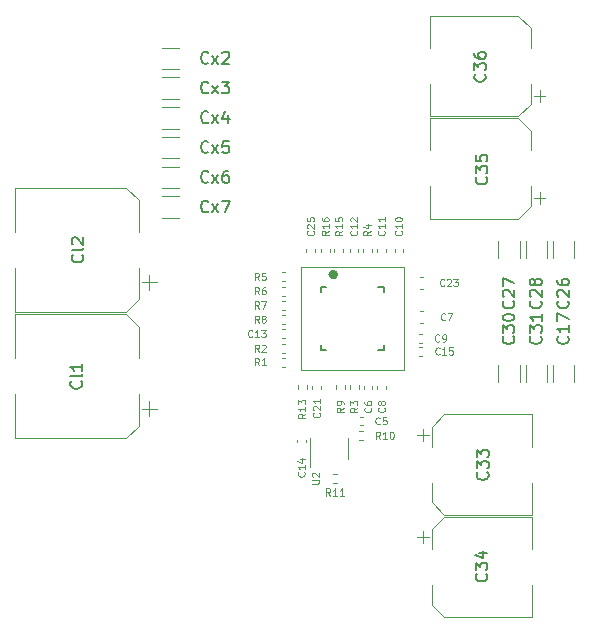
<source format=gbr>
G04 #@! TF.GenerationSoftware,KiCad,Pcbnew,(6.0.4)*
G04 #@! TF.CreationDate,2022-07-06T17:34:36+08:00*
G04 #@! TF.ProjectId,LTC3892_EVB,4c544333-3839-4325-9f45-56422e6b6963,rev?*
G04 #@! TF.SameCoordinates,Original*
G04 #@! TF.FileFunction,Legend,Top*
G04 #@! TF.FilePolarity,Positive*
%FSLAX46Y46*%
G04 Gerber Fmt 4.6, Leading zero omitted, Abs format (unit mm)*
G04 Created by KiCad (PCBNEW (6.0.4)) date 2022-07-06 17:34:36*
%MOMM*%
%LPD*%
G01*
G04 APERTURE LIST*
%ADD10C,0.120000*%
%ADD11C,0.400000*%
%ADD12C,0.078740*%
%ADD13C,0.100000*%
%ADD14C,0.150000*%
%ADD15C,0.152400*%
G04 APERTURE END LIST*
D10*
X147180000Y-91690000D02*
X147180000Y-82950000D01*
X147180000Y-91690000D02*
X138440000Y-91690000D01*
X138440000Y-82950000D02*
X138440000Y-91690000D01*
X138440000Y-82950000D02*
X147180000Y-82950000D01*
D11*
X141400000Y-83600000D02*
G75*
G03*
X141400000Y-83600000I-200000J0D01*
G01*
D12*
G04 #@! TO.C,U1*
X140957629Y-83412721D02*
X140957629Y-83667689D01*
X140972627Y-83697686D01*
X140987626Y-83712684D01*
X141017622Y-83727682D01*
X141077614Y-83727682D01*
X141107611Y-83712684D01*
X141122609Y-83697686D01*
X141137607Y-83667689D01*
X141137607Y-83412721D01*
X141452568Y-83727682D02*
X141272590Y-83727682D01*
X141362579Y-83727682D02*
X141362579Y-83412721D01*
X141332583Y-83457715D01*
X141302587Y-83487712D01*
X141272590Y-83502710D01*
D13*
G04 #@! TO.C,C5*
X145150000Y-96224285D02*
X145121428Y-96252857D01*
X145035714Y-96281428D01*
X144978571Y-96281428D01*
X144892857Y-96252857D01*
X144835714Y-96195714D01*
X144807142Y-96138571D01*
X144778571Y-96024285D01*
X144778571Y-95938571D01*
X144807142Y-95824285D01*
X144835714Y-95767142D01*
X144892857Y-95710000D01*
X144978571Y-95681428D01*
X145035714Y-95681428D01*
X145121428Y-95710000D01*
X145150000Y-95738571D01*
X145692857Y-95681428D02*
X145407142Y-95681428D01*
X145378571Y-95967142D01*
X145407142Y-95938571D01*
X145464285Y-95910000D01*
X145607142Y-95910000D01*
X145664285Y-95938571D01*
X145692857Y-95967142D01*
X145721428Y-96024285D01*
X145721428Y-96167142D01*
X145692857Y-96224285D01*
X145664285Y-96252857D01*
X145607142Y-96281428D01*
X145464285Y-96281428D01*
X145407142Y-96252857D01*
X145378571Y-96224285D01*
G04 #@! TO.C,C6*
X144374285Y-94864286D02*
X144402857Y-94892857D01*
X144431428Y-94978571D01*
X144431428Y-95035714D01*
X144402857Y-95121428D01*
X144345714Y-95178571D01*
X144288571Y-95207143D01*
X144174285Y-95235714D01*
X144088571Y-95235714D01*
X143974285Y-95207143D01*
X143917142Y-95178571D01*
X143860000Y-95121428D01*
X143831428Y-95035714D01*
X143831428Y-94978571D01*
X143860000Y-94892857D01*
X143888571Y-94864286D01*
X143831428Y-94350000D02*
X143831428Y-94464286D01*
X143860000Y-94521428D01*
X143888571Y-94550000D01*
X143974285Y-94607143D01*
X144088571Y-94635714D01*
X144317142Y-94635714D01*
X144374285Y-94607143D01*
X144402857Y-94578571D01*
X144431428Y-94521428D01*
X144431428Y-94407143D01*
X144402857Y-94350000D01*
X144374285Y-94321428D01*
X144317142Y-94292857D01*
X144174285Y-94292857D01*
X144117142Y-94321428D01*
X144088571Y-94350000D01*
X144060000Y-94407143D01*
X144060000Y-94521428D01*
X144088571Y-94578571D01*
X144117142Y-94607143D01*
X144174285Y-94635714D01*
G04 #@! TO.C,C7*
X150700000Y-87414285D02*
X150671428Y-87442857D01*
X150585714Y-87471428D01*
X150528571Y-87471428D01*
X150442857Y-87442857D01*
X150385714Y-87385714D01*
X150357142Y-87328571D01*
X150328571Y-87214285D01*
X150328571Y-87128571D01*
X150357142Y-87014285D01*
X150385714Y-86957142D01*
X150442857Y-86900000D01*
X150528571Y-86871428D01*
X150585714Y-86871428D01*
X150671428Y-86900000D01*
X150700000Y-86928571D01*
X150900000Y-86871428D02*
X151300000Y-86871428D01*
X151042857Y-87471428D01*
G04 #@! TO.C,C8*
X145534285Y-94864286D02*
X145562857Y-94892857D01*
X145591428Y-94978571D01*
X145591428Y-95035714D01*
X145562857Y-95121428D01*
X145505714Y-95178571D01*
X145448571Y-95207143D01*
X145334285Y-95235714D01*
X145248571Y-95235714D01*
X145134285Y-95207143D01*
X145077142Y-95178571D01*
X145020000Y-95121428D01*
X144991428Y-95035714D01*
X144991428Y-94978571D01*
X145020000Y-94892857D01*
X145048571Y-94864286D01*
X145248571Y-94521428D02*
X145220000Y-94578571D01*
X145191428Y-94607143D01*
X145134285Y-94635714D01*
X145105714Y-94635714D01*
X145048571Y-94607143D01*
X145020000Y-94578571D01*
X144991428Y-94521428D01*
X144991428Y-94407143D01*
X145020000Y-94350000D01*
X145048571Y-94321428D01*
X145105714Y-94292857D01*
X145134285Y-94292857D01*
X145191428Y-94321428D01*
X145220000Y-94350000D01*
X145248571Y-94407143D01*
X145248571Y-94521428D01*
X145277142Y-94578571D01*
X145305714Y-94607143D01*
X145362857Y-94635714D01*
X145477142Y-94635714D01*
X145534285Y-94607143D01*
X145562857Y-94578571D01*
X145591428Y-94521428D01*
X145591428Y-94407143D01*
X145562857Y-94350000D01*
X145534285Y-94321428D01*
X145477142Y-94292857D01*
X145362857Y-94292857D01*
X145305714Y-94321428D01*
X145277142Y-94350000D01*
X145248571Y-94407143D01*
G04 #@! TO.C,C9*
X150200000Y-89214285D02*
X150171428Y-89242857D01*
X150085714Y-89271428D01*
X150028571Y-89271428D01*
X149942857Y-89242857D01*
X149885714Y-89185714D01*
X149857142Y-89128571D01*
X149828571Y-89014285D01*
X149828571Y-88928571D01*
X149857142Y-88814285D01*
X149885714Y-88757142D01*
X149942857Y-88700000D01*
X150028571Y-88671428D01*
X150085714Y-88671428D01*
X150171428Y-88700000D01*
X150200000Y-88728571D01*
X150485714Y-89271428D02*
X150600000Y-89271428D01*
X150657142Y-89242857D01*
X150685714Y-89214285D01*
X150742857Y-89128571D01*
X150771428Y-89014285D01*
X150771428Y-88785714D01*
X150742857Y-88728571D01*
X150714285Y-88700000D01*
X150657142Y-88671428D01*
X150542857Y-88671428D01*
X150485714Y-88700000D01*
X150457142Y-88728571D01*
X150428571Y-88785714D01*
X150428571Y-88928571D01*
X150457142Y-88985714D01*
X150485714Y-89014285D01*
X150542857Y-89042857D01*
X150657142Y-89042857D01*
X150714285Y-89014285D01*
X150742857Y-88985714D01*
X150771428Y-88928571D01*
G04 #@! TO.C,C10*
X146964285Y-79905714D02*
X146992857Y-79934285D01*
X147021428Y-80020000D01*
X147021428Y-80077142D01*
X146992857Y-80162857D01*
X146935714Y-80220000D01*
X146878571Y-80248571D01*
X146764285Y-80277142D01*
X146678571Y-80277142D01*
X146564285Y-80248571D01*
X146507142Y-80220000D01*
X146450000Y-80162857D01*
X146421428Y-80077142D01*
X146421428Y-80020000D01*
X146450000Y-79934285D01*
X146478571Y-79905714D01*
X147021428Y-79334285D02*
X147021428Y-79677142D01*
X147021428Y-79505714D02*
X146421428Y-79505714D01*
X146507142Y-79562857D01*
X146564285Y-79620000D01*
X146592857Y-79677142D01*
X146421428Y-78962857D02*
X146421428Y-78905714D01*
X146450000Y-78848571D01*
X146478571Y-78820000D01*
X146535714Y-78791428D01*
X146650000Y-78762857D01*
X146792857Y-78762857D01*
X146907142Y-78791428D01*
X146964285Y-78820000D01*
X146992857Y-78848571D01*
X147021428Y-78905714D01*
X147021428Y-78962857D01*
X146992857Y-79020000D01*
X146964285Y-79048571D01*
X146907142Y-79077142D01*
X146792857Y-79105714D01*
X146650000Y-79105714D01*
X146535714Y-79077142D01*
X146478571Y-79048571D01*
X146450000Y-79020000D01*
X146421428Y-78962857D01*
G04 #@! TO.C,C11*
X145514285Y-79905714D02*
X145542857Y-79934285D01*
X145571428Y-80020000D01*
X145571428Y-80077142D01*
X145542857Y-80162857D01*
X145485714Y-80220000D01*
X145428571Y-80248571D01*
X145314285Y-80277142D01*
X145228571Y-80277142D01*
X145114285Y-80248571D01*
X145057142Y-80220000D01*
X145000000Y-80162857D01*
X144971428Y-80077142D01*
X144971428Y-80020000D01*
X145000000Y-79934285D01*
X145028571Y-79905714D01*
X145571428Y-79334285D02*
X145571428Y-79677142D01*
X145571428Y-79505714D02*
X144971428Y-79505714D01*
X145057142Y-79562857D01*
X145114285Y-79620000D01*
X145142857Y-79677142D01*
X145571428Y-78762857D02*
X145571428Y-79105714D01*
X145571428Y-78934285D02*
X144971428Y-78934285D01*
X145057142Y-78991428D01*
X145114285Y-79048571D01*
X145142857Y-79105714D01*
G04 #@! TO.C,C12*
X143184285Y-79905714D02*
X143212857Y-79934285D01*
X143241428Y-80020000D01*
X143241428Y-80077142D01*
X143212857Y-80162857D01*
X143155714Y-80220000D01*
X143098571Y-80248571D01*
X142984285Y-80277142D01*
X142898571Y-80277142D01*
X142784285Y-80248571D01*
X142727142Y-80220000D01*
X142670000Y-80162857D01*
X142641428Y-80077142D01*
X142641428Y-80020000D01*
X142670000Y-79934285D01*
X142698571Y-79905714D01*
X143241428Y-79334285D02*
X143241428Y-79677142D01*
X143241428Y-79505714D02*
X142641428Y-79505714D01*
X142727142Y-79562857D01*
X142784285Y-79620000D01*
X142812857Y-79677142D01*
X142698571Y-79105714D02*
X142670000Y-79077142D01*
X142641428Y-79020000D01*
X142641428Y-78877142D01*
X142670000Y-78820000D01*
X142698571Y-78791428D01*
X142755714Y-78762857D01*
X142812857Y-78762857D01*
X142898571Y-78791428D01*
X143241428Y-79134285D01*
X143241428Y-78762857D01*
G04 #@! TO.C,C13*
X134348571Y-88820949D02*
X134320000Y-88849521D01*
X134234286Y-88878092D01*
X134177143Y-88878092D01*
X134091428Y-88849521D01*
X134034286Y-88792378D01*
X134005714Y-88735235D01*
X133977143Y-88620949D01*
X133977143Y-88535235D01*
X134005714Y-88420949D01*
X134034286Y-88363806D01*
X134091428Y-88306664D01*
X134177143Y-88278092D01*
X134234286Y-88278092D01*
X134320000Y-88306664D01*
X134348571Y-88335235D01*
X134920000Y-88878092D02*
X134577143Y-88878092D01*
X134748571Y-88878092D02*
X134748571Y-88278092D01*
X134691428Y-88363806D01*
X134634286Y-88420949D01*
X134577143Y-88449521D01*
X135120000Y-88278092D02*
X135491428Y-88278092D01*
X135291428Y-88506664D01*
X135377143Y-88506664D01*
X135434286Y-88535235D01*
X135462857Y-88563806D01*
X135491428Y-88620949D01*
X135491428Y-88763806D01*
X135462857Y-88820949D01*
X135434286Y-88849521D01*
X135377143Y-88878092D01*
X135205714Y-88878092D01*
X135148571Y-88849521D01*
X135120000Y-88820949D01*
G04 #@! TO.C,C14*
X138724285Y-100325714D02*
X138752857Y-100354285D01*
X138781428Y-100440000D01*
X138781428Y-100497142D01*
X138752857Y-100582857D01*
X138695714Y-100640000D01*
X138638571Y-100668571D01*
X138524285Y-100697142D01*
X138438571Y-100697142D01*
X138324285Y-100668571D01*
X138267142Y-100640000D01*
X138210000Y-100582857D01*
X138181428Y-100497142D01*
X138181428Y-100440000D01*
X138210000Y-100354285D01*
X138238571Y-100325714D01*
X138781428Y-99754285D02*
X138781428Y-100097142D01*
X138781428Y-99925714D02*
X138181428Y-99925714D01*
X138267142Y-99982857D01*
X138324285Y-100040000D01*
X138352857Y-100097142D01*
X138381428Y-99240000D02*
X138781428Y-99240000D01*
X138152857Y-99382857D02*
X138581428Y-99525714D01*
X138581428Y-99154285D01*
G04 #@! TO.C,C15*
X150214285Y-90314285D02*
X150185714Y-90342857D01*
X150100000Y-90371428D01*
X150042857Y-90371428D01*
X149957142Y-90342857D01*
X149900000Y-90285714D01*
X149871428Y-90228571D01*
X149842857Y-90114285D01*
X149842857Y-90028571D01*
X149871428Y-89914285D01*
X149900000Y-89857142D01*
X149957142Y-89800000D01*
X150042857Y-89771428D01*
X150100000Y-89771428D01*
X150185714Y-89800000D01*
X150214285Y-89828571D01*
X150785714Y-90371428D02*
X150442857Y-90371428D01*
X150614285Y-90371428D02*
X150614285Y-89771428D01*
X150557142Y-89857142D01*
X150500000Y-89914285D01*
X150442857Y-89942857D01*
X151328571Y-89771428D02*
X151042857Y-89771428D01*
X151014285Y-90057142D01*
X151042857Y-90028571D01*
X151100000Y-90000000D01*
X151242857Y-90000000D01*
X151300000Y-90028571D01*
X151328571Y-90057142D01*
X151357142Y-90114285D01*
X151357142Y-90257142D01*
X151328571Y-90314285D01*
X151300000Y-90342857D01*
X151242857Y-90371428D01*
X151100000Y-90371428D01*
X151042857Y-90342857D01*
X151014285Y-90314285D01*
D14*
G04 #@! TO.C,C17*
X161057141Y-88842857D02*
X161104760Y-88890476D01*
X161152379Y-89033333D01*
X161152379Y-89128571D01*
X161104760Y-89271428D01*
X161009522Y-89366666D01*
X160914284Y-89414285D01*
X160723808Y-89461904D01*
X160580951Y-89461904D01*
X160390475Y-89414285D01*
X160295237Y-89366666D01*
X160199999Y-89271428D01*
X160152379Y-89128571D01*
X160152379Y-89033333D01*
X160199999Y-88890476D01*
X160247618Y-88842857D01*
X161152379Y-87890476D02*
X161152379Y-88461904D01*
X161152379Y-88176190D02*
X160152379Y-88176190D01*
X160295237Y-88271428D01*
X160390475Y-88366666D01*
X160438094Y-88461904D01*
X160152379Y-87557142D02*
X160152379Y-86890476D01*
X161152379Y-87319047D01*
D13*
G04 #@! TO.C,C21*
X140024285Y-95305714D02*
X140052857Y-95334285D01*
X140081428Y-95420000D01*
X140081428Y-95477142D01*
X140052857Y-95562857D01*
X139995714Y-95620000D01*
X139938571Y-95648571D01*
X139824285Y-95677142D01*
X139738571Y-95677142D01*
X139624285Y-95648571D01*
X139567142Y-95620000D01*
X139510000Y-95562857D01*
X139481428Y-95477142D01*
X139481428Y-95420000D01*
X139510000Y-95334285D01*
X139538571Y-95305714D01*
X139538571Y-95077142D02*
X139510000Y-95048571D01*
X139481428Y-94991428D01*
X139481428Y-94848571D01*
X139510000Y-94791428D01*
X139538571Y-94762857D01*
X139595714Y-94734285D01*
X139652857Y-94734285D01*
X139738571Y-94762857D01*
X140081428Y-95105714D01*
X140081428Y-94734285D01*
X140081428Y-94162857D02*
X140081428Y-94505714D01*
X140081428Y-94334285D02*
X139481428Y-94334285D01*
X139567142Y-94391428D01*
X139624285Y-94448571D01*
X139652857Y-94505714D01*
G04 #@! TO.C,C23*
X150614285Y-84514285D02*
X150585714Y-84542857D01*
X150500000Y-84571428D01*
X150442857Y-84571428D01*
X150357142Y-84542857D01*
X150300000Y-84485714D01*
X150271428Y-84428571D01*
X150242857Y-84314285D01*
X150242857Y-84228571D01*
X150271428Y-84114285D01*
X150300000Y-84057142D01*
X150357142Y-84000000D01*
X150442857Y-83971428D01*
X150500000Y-83971428D01*
X150585714Y-84000000D01*
X150614285Y-84028571D01*
X150842857Y-84028571D02*
X150871428Y-84000000D01*
X150928571Y-83971428D01*
X151071428Y-83971428D01*
X151128571Y-84000000D01*
X151157142Y-84028571D01*
X151185714Y-84085714D01*
X151185714Y-84142857D01*
X151157142Y-84228571D01*
X150814285Y-84571428D01*
X151185714Y-84571428D01*
X151385714Y-83971428D02*
X151757142Y-83971428D01*
X151557142Y-84200000D01*
X151642857Y-84200000D01*
X151700000Y-84228571D01*
X151728571Y-84257142D01*
X151757142Y-84314285D01*
X151757142Y-84457142D01*
X151728571Y-84514285D01*
X151700000Y-84542857D01*
X151642857Y-84571428D01*
X151471428Y-84571428D01*
X151414285Y-84542857D01*
X151385714Y-84514285D01*
G04 #@! TO.C,C25*
X139524285Y-79905714D02*
X139552857Y-79934285D01*
X139581428Y-80020000D01*
X139581428Y-80077142D01*
X139552857Y-80162857D01*
X139495714Y-80220000D01*
X139438571Y-80248571D01*
X139324285Y-80277142D01*
X139238571Y-80277142D01*
X139124285Y-80248571D01*
X139067142Y-80220000D01*
X139010000Y-80162857D01*
X138981428Y-80077142D01*
X138981428Y-80020000D01*
X139010000Y-79934285D01*
X139038571Y-79905714D01*
X139038571Y-79677142D02*
X139010000Y-79648571D01*
X138981428Y-79591428D01*
X138981428Y-79448571D01*
X139010000Y-79391428D01*
X139038571Y-79362857D01*
X139095714Y-79334285D01*
X139152857Y-79334285D01*
X139238571Y-79362857D01*
X139581428Y-79705714D01*
X139581428Y-79334285D01*
X138981428Y-78791428D02*
X138981428Y-79077142D01*
X139267142Y-79105714D01*
X139238571Y-79077142D01*
X139210000Y-79020000D01*
X139210000Y-78877142D01*
X139238571Y-78820000D01*
X139267142Y-78791428D01*
X139324285Y-78762857D01*
X139467142Y-78762857D01*
X139524285Y-78791428D01*
X139552857Y-78820000D01*
X139581428Y-78877142D01*
X139581428Y-79020000D01*
X139552857Y-79077142D01*
X139524285Y-79105714D01*
D14*
G04 #@! TO.C,C26*
X161057142Y-85842857D02*
X161104761Y-85890476D01*
X161152380Y-86033333D01*
X161152380Y-86128571D01*
X161104761Y-86271428D01*
X161009523Y-86366666D01*
X160914285Y-86414285D01*
X160723809Y-86461904D01*
X160580952Y-86461904D01*
X160390476Y-86414285D01*
X160295238Y-86366666D01*
X160200000Y-86271428D01*
X160152380Y-86128571D01*
X160152380Y-86033333D01*
X160200000Y-85890476D01*
X160247619Y-85842857D01*
X160247619Y-85461904D02*
X160200000Y-85414285D01*
X160152380Y-85319047D01*
X160152380Y-85080952D01*
X160200000Y-84985714D01*
X160247619Y-84938095D01*
X160342857Y-84890476D01*
X160438095Y-84890476D01*
X160580952Y-84938095D01*
X161152380Y-85509523D01*
X161152380Y-84890476D01*
X160152380Y-84033333D02*
X160152380Y-84223809D01*
X160200000Y-84319047D01*
X160247619Y-84366666D01*
X160390476Y-84461904D01*
X160580952Y-84509523D01*
X160961904Y-84509523D01*
X161057142Y-84461904D01*
X161104761Y-84414285D01*
X161152380Y-84319047D01*
X161152380Y-84128571D01*
X161104761Y-84033333D01*
X161057142Y-83985714D01*
X160961904Y-83938095D01*
X160723809Y-83938095D01*
X160628571Y-83985714D01*
X160580952Y-84033333D01*
X160533333Y-84128571D01*
X160533333Y-84319047D01*
X160580952Y-84414285D01*
X160628571Y-84461904D01*
X160723809Y-84509523D01*
G04 #@! TO.C,C27*
X156457142Y-85842857D02*
X156504761Y-85890476D01*
X156552380Y-86033333D01*
X156552380Y-86128571D01*
X156504761Y-86271428D01*
X156409523Y-86366666D01*
X156314285Y-86414285D01*
X156123809Y-86461904D01*
X155980952Y-86461904D01*
X155790476Y-86414285D01*
X155695238Y-86366666D01*
X155600000Y-86271428D01*
X155552380Y-86128571D01*
X155552380Y-86033333D01*
X155600000Y-85890476D01*
X155647619Y-85842857D01*
X155647619Y-85461904D02*
X155600000Y-85414285D01*
X155552380Y-85319047D01*
X155552380Y-85080952D01*
X155600000Y-84985714D01*
X155647619Y-84938095D01*
X155742857Y-84890476D01*
X155838095Y-84890476D01*
X155980952Y-84938095D01*
X156552380Y-85509523D01*
X156552380Y-84890476D01*
X155552380Y-84557142D02*
X155552380Y-83890476D01*
X156552380Y-84319047D01*
G04 #@! TO.C,C28*
X158757142Y-85842857D02*
X158804761Y-85890476D01*
X158852380Y-86033333D01*
X158852380Y-86128571D01*
X158804761Y-86271428D01*
X158709523Y-86366666D01*
X158614285Y-86414285D01*
X158423809Y-86461904D01*
X158280952Y-86461904D01*
X158090476Y-86414285D01*
X157995238Y-86366666D01*
X157900000Y-86271428D01*
X157852380Y-86128571D01*
X157852380Y-86033333D01*
X157900000Y-85890476D01*
X157947619Y-85842857D01*
X157947619Y-85461904D02*
X157900000Y-85414285D01*
X157852380Y-85319047D01*
X157852380Y-85080952D01*
X157900000Y-84985714D01*
X157947619Y-84938095D01*
X158042857Y-84890476D01*
X158138095Y-84890476D01*
X158280952Y-84938095D01*
X158852380Y-85509523D01*
X158852380Y-84890476D01*
X158280952Y-84319047D02*
X158233333Y-84414285D01*
X158185714Y-84461904D01*
X158090476Y-84509523D01*
X158042857Y-84509523D01*
X157947619Y-84461904D01*
X157900000Y-84414285D01*
X157852380Y-84319047D01*
X157852380Y-84128571D01*
X157900000Y-84033333D01*
X157947619Y-83985714D01*
X158042857Y-83938095D01*
X158090476Y-83938095D01*
X158185714Y-83985714D01*
X158233333Y-84033333D01*
X158280952Y-84128571D01*
X158280952Y-84319047D01*
X158328571Y-84414285D01*
X158376190Y-84461904D01*
X158471428Y-84509523D01*
X158661904Y-84509523D01*
X158757142Y-84461904D01*
X158804761Y-84414285D01*
X158852380Y-84319047D01*
X158852380Y-84128571D01*
X158804761Y-84033333D01*
X158757142Y-83985714D01*
X158661904Y-83938095D01*
X158471428Y-83938095D01*
X158376190Y-83985714D01*
X158328571Y-84033333D01*
X158280952Y-84128571D01*
D13*
G04 #@! TO.C,R1*
X134930000Y-91293093D02*
X134730000Y-91007379D01*
X134587142Y-91293093D02*
X134587142Y-90693093D01*
X134815714Y-90693093D01*
X134872857Y-90721665D01*
X134901428Y-90750236D01*
X134930000Y-90807379D01*
X134930000Y-90893093D01*
X134901428Y-90950236D01*
X134872857Y-90978807D01*
X134815714Y-91007379D01*
X134587142Y-91007379D01*
X135501428Y-91293093D02*
X135158571Y-91293093D01*
X135330000Y-91293093D02*
X135330000Y-90693093D01*
X135272857Y-90778807D01*
X135215714Y-90835950D01*
X135158571Y-90864522D01*
G04 #@! TO.C,R2*
X134920000Y-90131428D02*
X134720000Y-89845714D01*
X134577142Y-90131428D02*
X134577142Y-89531428D01*
X134805714Y-89531428D01*
X134862857Y-89560000D01*
X134891428Y-89588571D01*
X134920000Y-89645714D01*
X134920000Y-89731428D01*
X134891428Y-89788571D01*
X134862857Y-89817142D01*
X134805714Y-89845714D01*
X134577142Y-89845714D01*
X135148571Y-89588571D02*
X135177142Y-89560000D01*
X135234285Y-89531428D01*
X135377142Y-89531428D01*
X135434285Y-89560000D01*
X135462857Y-89588571D01*
X135491428Y-89645714D01*
X135491428Y-89702857D01*
X135462857Y-89788571D01*
X135120000Y-90131428D01*
X135491428Y-90131428D01*
G04 #@! TO.C,R3*
X143251428Y-94864286D02*
X142965714Y-95064286D01*
X143251428Y-95207143D02*
X142651428Y-95207143D01*
X142651428Y-94978571D01*
X142680000Y-94921428D01*
X142708571Y-94892857D01*
X142765714Y-94864286D01*
X142851428Y-94864286D01*
X142908571Y-94892857D01*
X142937142Y-94921428D01*
X142965714Y-94978571D01*
X142965714Y-95207143D01*
X142651428Y-94664286D02*
X142651428Y-94292857D01*
X142880000Y-94492857D01*
X142880000Y-94407143D01*
X142908571Y-94350000D01*
X142937142Y-94321428D01*
X142994285Y-94292857D01*
X143137142Y-94292857D01*
X143194285Y-94321428D01*
X143222857Y-94350000D01*
X143251428Y-94407143D01*
X143251428Y-94578571D01*
X143222857Y-94635714D01*
X143194285Y-94664286D01*
G04 #@! TO.C,R4*
X144361428Y-79905714D02*
X144075714Y-80105714D01*
X144361428Y-80248571D02*
X143761428Y-80248571D01*
X143761428Y-80019999D01*
X143790000Y-79962856D01*
X143818571Y-79934285D01*
X143875714Y-79905714D01*
X143961428Y-79905714D01*
X144018571Y-79934285D01*
X144047142Y-79962856D01*
X144075714Y-80019999D01*
X144075714Y-80248571D01*
X143961428Y-79391428D02*
X144361428Y-79391428D01*
X143732857Y-79534285D02*
X144161428Y-79677142D01*
X144161428Y-79305714D01*
G04 #@! TO.C,R5*
X134920000Y-84071428D02*
X134720000Y-83785714D01*
X134577142Y-84071428D02*
X134577142Y-83471428D01*
X134805714Y-83471428D01*
X134862857Y-83500000D01*
X134891428Y-83528571D01*
X134920000Y-83585714D01*
X134920000Y-83671428D01*
X134891428Y-83728571D01*
X134862857Y-83757142D01*
X134805714Y-83785714D01*
X134577142Y-83785714D01*
X135462857Y-83471428D02*
X135177142Y-83471428D01*
X135148571Y-83757142D01*
X135177142Y-83728571D01*
X135234285Y-83700000D01*
X135377142Y-83700000D01*
X135434285Y-83728571D01*
X135462857Y-83757142D01*
X135491428Y-83814285D01*
X135491428Y-83957142D01*
X135462857Y-84014285D01*
X135434285Y-84042857D01*
X135377142Y-84071428D01*
X135234285Y-84071428D01*
X135177142Y-84042857D01*
X135148571Y-84014285D01*
G04 #@! TO.C,R6*
X134920000Y-85273094D02*
X134720000Y-84987380D01*
X134577142Y-85273094D02*
X134577142Y-84673094D01*
X134805714Y-84673094D01*
X134862857Y-84701666D01*
X134891428Y-84730237D01*
X134920000Y-84787380D01*
X134920000Y-84873094D01*
X134891428Y-84930237D01*
X134862857Y-84958808D01*
X134805714Y-84987380D01*
X134577142Y-84987380D01*
X135434285Y-84673094D02*
X135320000Y-84673094D01*
X135262857Y-84701666D01*
X135234285Y-84730237D01*
X135177142Y-84815951D01*
X135148571Y-84930237D01*
X135148571Y-85158808D01*
X135177142Y-85215951D01*
X135205714Y-85244523D01*
X135262857Y-85273094D01*
X135377142Y-85273094D01*
X135434285Y-85244523D01*
X135462857Y-85215951D01*
X135491428Y-85158808D01*
X135491428Y-85015951D01*
X135462857Y-84958808D01*
X135434285Y-84930237D01*
X135377142Y-84901666D01*
X135262857Y-84901666D01*
X135205714Y-84930237D01*
X135177142Y-84958808D01*
X135148571Y-85015951D01*
G04 #@! TO.C,R7*
X134920000Y-86474760D02*
X134720000Y-86189046D01*
X134577142Y-86474760D02*
X134577142Y-85874760D01*
X134805714Y-85874760D01*
X134862857Y-85903332D01*
X134891428Y-85931903D01*
X134920000Y-85989046D01*
X134920000Y-86074760D01*
X134891428Y-86131903D01*
X134862857Y-86160474D01*
X134805714Y-86189046D01*
X134577142Y-86189046D01*
X135120000Y-85874760D02*
X135520000Y-85874760D01*
X135262857Y-86474760D01*
G04 #@! TO.C,R8*
X134920000Y-87676426D02*
X134720000Y-87390712D01*
X134577142Y-87676426D02*
X134577142Y-87076426D01*
X134805714Y-87076426D01*
X134862857Y-87104998D01*
X134891428Y-87133569D01*
X134920000Y-87190712D01*
X134920000Y-87276426D01*
X134891428Y-87333569D01*
X134862857Y-87362140D01*
X134805714Y-87390712D01*
X134577142Y-87390712D01*
X135262857Y-87333569D02*
X135205714Y-87304998D01*
X135177142Y-87276426D01*
X135148571Y-87219283D01*
X135148571Y-87190712D01*
X135177142Y-87133569D01*
X135205714Y-87104998D01*
X135262857Y-87076426D01*
X135377142Y-87076426D01*
X135434285Y-87104998D01*
X135462857Y-87133569D01*
X135491428Y-87190712D01*
X135491428Y-87219283D01*
X135462857Y-87276426D01*
X135434285Y-87304998D01*
X135377142Y-87333569D01*
X135262857Y-87333569D01*
X135205714Y-87362140D01*
X135177142Y-87390712D01*
X135148571Y-87447855D01*
X135148571Y-87562140D01*
X135177142Y-87619283D01*
X135205714Y-87647855D01*
X135262857Y-87676426D01*
X135377142Y-87676426D01*
X135434285Y-87647855D01*
X135462857Y-87619283D01*
X135491428Y-87562140D01*
X135491428Y-87447855D01*
X135462857Y-87390712D01*
X135434285Y-87362140D01*
X135377142Y-87333569D01*
G04 #@! TO.C,R9*
X142101428Y-94864286D02*
X141815714Y-95064286D01*
X142101428Y-95207143D02*
X141501428Y-95207143D01*
X141501428Y-94978571D01*
X141530000Y-94921428D01*
X141558571Y-94892857D01*
X141615714Y-94864286D01*
X141701428Y-94864286D01*
X141758571Y-94892857D01*
X141787142Y-94921428D01*
X141815714Y-94978571D01*
X141815714Y-95207143D01*
X142101428Y-94578571D02*
X142101428Y-94464286D01*
X142072857Y-94407143D01*
X142044285Y-94378571D01*
X141958571Y-94321428D01*
X141844285Y-94292857D01*
X141615714Y-94292857D01*
X141558571Y-94321428D01*
X141530000Y-94350000D01*
X141501428Y-94407143D01*
X141501428Y-94521428D01*
X141530000Y-94578571D01*
X141558571Y-94607143D01*
X141615714Y-94635714D01*
X141758571Y-94635714D01*
X141815714Y-94607143D01*
X141844285Y-94578571D01*
X141872857Y-94521428D01*
X141872857Y-94407143D01*
X141844285Y-94350000D01*
X141815714Y-94321428D01*
X141758571Y-94292857D01*
G04 #@! TO.C,R10*
X145174285Y-97511428D02*
X144974285Y-97225714D01*
X144831428Y-97511428D02*
X144831428Y-96911428D01*
X145060000Y-96911428D01*
X145117142Y-96940000D01*
X145145714Y-96968571D01*
X145174285Y-97025714D01*
X145174285Y-97111428D01*
X145145714Y-97168571D01*
X145117142Y-97197142D01*
X145060000Y-97225714D01*
X144831428Y-97225714D01*
X145745714Y-97511428D02*
X145402857Y-97511428D01*
X145574285Y-97511428D02*
X145574285Y-96911428D01*
X145517142Y-96997142D01*
X145460000Y-97054285D01*
X145402857Y-97082857D01*
X146117142Y-96911428D02*
X146174285Y-96911428D01*
X146231428Y-96940000D01*
X146260000Y-96968571D01*
X146288571Y-97025714D01*
X146317142Y-97140000D01*
X146317142Y-97282857D01*
X146288571Y-97397142D01*
X146260000Y-97454285D01*
X146231428Y-97482857D01*
X146174285Y-97511428D01*
X146117142Y-97511428D01*
X146060000Y-97482857D01*
X146031428Y-97454285D01*
X146002857Y-97397142D01*
X145974285Y-97282857D01*
X145974285Y-97140000D01*
X146002857Y-97025714D01*
X146031428Y-96968571D01*
X146060000Y-96940000D01*
X146117142Y-96911428D01*
G04 #@! TO.C,R11*
X140974285Y-102311427D02*
X140774285Y-102025713D01*
X140631428Y-102311427D02*
X140631428Y-101711427D01*
X140860000Y-101711427D01*
X140917142Y-101739999D01*
X140945714Y-101768570D01*
X140974285Y-101825713D01*
X140974285Y-101911427D01*
X140945714Y-101968570D01*
X140917142Y-101997141D01*
X140860000Y-102025713D01*
X140631428Y-102025713D01*
X141545714Y-102311427D02*
X141202857Y-102311427D01*
X141374285Y-102311427D02*
X141374285Y-101711427D01*
X141317142Y-101797141D01*
X141260000Y-101854284D01*
X141202857Y-101882856D01*
X142117142Y-102311427D02*
X141774285Y-102311427D01*
X141945714Y-102311427D02*
X141945714Y-101711427D01*
X141888571Y-101797141D01*
X141831428Y-101854284D01*
X141774285Y-101882856D01*
G04 #@! TO.C,R13*
X138841428Y-95365714D02*
X138555714Y-95565714D01*
X138841428Y-95708571D02*
X138241428Y-95708571D01*
X138241428Y-95480000D01*
X138270000Y-95422857D01*
X138298571Y-95394285D01*
X138355714Y-95365714D01*
X138441428Y-95365714D01*
X138498571Y-95394285D01*
X138527142Y-95422857D01*
X138555714Y-95480000D01*
X138555714Y-95708571D01*
X138841428Y-94794285D02*
X138841428Y-95137142D01*
X138841428Y-94965714D02*
X138241428Y-94965714D01*
X138327142Y-95022857D01*
X138384285Y-95080000D01*
X138412857Y-95137142D01*
X138241428Y-94594285D02*
X138241428Y-94222857D01*
X138470000Y-94422857D01*
X138470000Y-94337142D01*
X138498571Y-94280000D01*
X138527142Y-94251428D01*
X138584285Y-94222857D01*
X138727142Y-94222857D01*
X138784285Y-94251428D01*
X138812857Y-94280000D01*
X138841428Y-94337142D01*
X138841428Y-94508571D01*
X138812857Y-94565714D01*
X138784285Y-94594285D01*
G04 #@! TO.C,R15*
X141971428Y-79905714D02*
X141685714Y-80105714D01*
X141971428Y-80248571D02*
X141371428Y-80248571D01*
X141371428Y-80020000D01*
X141400000Y-79962857D01*
X141428571Y-79934285D01*
X141485714Y-79905714D01*
X141571428Y-79905714D01*
X141628571Y-79934285D01*
X141657142Y-79962857D01*
X141685714Y-80020000D01*
X141685714Y-80248571D01*
X141971428Y-79334285D02*
X141971428Y-79677142D01*
X141971428Y-79505714D02*
X141371428Y-79505714D01*
X141457142Y-79562857D01*
X141514285Y-79620000D01*
X141542857Y-79677142D01*
X141371428Y-78791428D02*
X141371428Y-79077142D01*
X141657142Y-79105714D01*
X141628571Y-79077142D01*
X141600000Y-79020000D01*
X141600000Y-78877142D01*
X141628571Y-78820000D01*
X141657142Y-78791428D01*
X141714285Y-78762857D01*
X141857142Y-78762857D01*
X141914285Y-78791428D01*
X141942857Y-78820000D01*
X141971428Y-78877142D01*
X141971428Y-79020000D01*
X141942857Y-79077142D01*
X141914285Y-79105714D01*
G04 #@! TO.C,R16*
X140819761Y-79905714D02*
X140534047Y-80105714D01*
X140819761Y-80248571D02*
X140219761Y-80248571D01*
X140219761Y-80020000D01*
X140248333Y-79962857D01*
X140276904Y-79934285D01*
X140334047Y-79905714D01*
X140419761Y-79905714D01*
X140476904Y-79934285D01*
X140505475Y-79962857D01*
X140534047Y-80020000D01*
X140534047Y-80248571D01*
X140819761Y-79334285D02*
X140819761Y-79677142D01*
X140819761Y-79505714D02*
X140219761Y-79505714D01*
X140305475Y-79562857D01*
X140362618Y-79620000D01*
X140391190Y-79677142D01*
X140219761Y-78820000D02*
X140219761Y-78934285D01*
X140248333Y-78991428D01*
X140276904Y-79020000D01*
X140362618Y-79077142D01*
X140476904Y-79105714D01*
X140705475Y-79105714D01*
X140762618Y-79077142D01*
X140791190Y-79048571D01*
X140819761Y-78991428D01*
X140819761Y-78877142D01*
X140791190Y-78820000D01*
X140762618Y-78791428D01*
X140705475Y-78762857D01*
X140562618Y-78762857D01*
X140505475Y-78791428D01*
X140476904Y-78820000D01*
X140448333Y-78877142D01*
X140448333Y-78991428D01*
X140476904Y-79048571D01*
X140505475Y-79077142D01*
X140562618Y-79105714D01*
G04 #@! TO.C,U2*
X139401428Y-101307142D02*
X139887142Y-101307142D01*
X139944285Y-101278571D01*
X139972857Y-101250000D01*
X140001428Y-101192857D01*
X140001428Y-101078571D01*
X139972857Y-101021428D01*
X139944285Y-100992857D01*
X139887142Y-100964285D01*
X139401428Y-100964285D01*
X139458571Y-100707142D02*
X139430000Y-100678571D01*
X139401428Y-100621428D01*
X139401428Y-100478571D01*
X139430000Y-100421428D01*
X139458571Y-100392857D01*
X139515714Y-100364285D01*
X139572857Y-100364285D01*
X139658571Y-100392857D01*
X140001428Y-100735714D01*
X140001428Y-100364285D01*
D14*
G04 #@! TO.C,C30*
X156457142Y-88842857D02*
X156504761Y-88890476D01*
X156552380Y-89033333D01*
X156552380Y-89128571D01*
X156504761Y-89271428D01*
X156409523Y-89366666D01*
X156314285Y-89414285D01*
X156123809Y-89461904D01*
X155980952Y-89461904D01*
X155790476Y-89414285D01*
X155695238Y-89366666D01*
X155600000Y-89271428D01*
X155552380Y-89128571D01*
X155552380Y-89033333D01*
X155600000Y-88890476D01*
X155647619Y-88842857D01*
X155552380Y-88509523D02*
X155552380Y-87890476D01*
X155933333Y-88223809D01*
X155933333Y-88080952D01*
X155980952Y-87985714D01*
X156028571Y-87938095D01*
X156123809Y-87890476D01*
X156361904Y-87890476D01*
X156457142Y-87938095D01*
X156504761Y-87985714D01*
X156552380Y-88080952D01*
X156552380Y-88366666D01*
X156504761Y-88461904D01*
X156457142Y-88509523D01*
X155552380Y-87271428D02*
X155552380Y-87176190D01*
X155600000Y-87080952D01*
X155647619Y-87033333D01*
X155742857Y-86985714D01*
X155933333Y-86938095D01*
X156171428Y-86938095D01*
X156361904Y-86985714D01*
X156457142Y-87033333D01*
X156504761Y-87080952D01*
X156552380Y-87176190D01*
X156552380Y-87271428D01*
X156504761Y-87366666D01*
X156457142Y-87414285D01*
X156361904Y-87461904D01*
X156171428Y-87509523D01*
X155933333Y-87509523D01*
X155742857Y-87461904D01*
X155647619Y-87414285D01*
X155600000Y-87366666D01*
X155552380Y-87271428D01*
G04 #@! TO.C,C31*
X158757142Y-88842857D02*
X158804761Y-88890476D01*
X158852380Y-89033333D01*
X158852380Y-89128571D01*
X158804761Y-89271428D01*
X158709523Y-89366666D01*
X158614285Y-89414285D01*
X158423809Y-89461904D01*
X158280952Y-89461904D01*
X158090476Y-89414285D01*
X157995238Y-89366666D01*
X157900000Y-89271428D01*
X157852380Y-89128571D01*
X157852380Y-89033333D01*
X157900000Y-88890476D01*
X157947619Y-88842857D01*
X157852380Y-88509523D02*
X157852380Y-87890476D01*
X158233333Y-88223809D01*
X158233333Y-88080952D01*
X158280952Y-87985714D01*
X158328571Y-87938095D01*
X158423809Y-87890476D01*
X158661904Y-87890476D01*
X158757142Y-87938095D01*
X158804761Y-87985714D01*
X158852380Y-88080952D01*
X158852380Y-88366666D01*
X158804761Y-88461904D01*
X158757142Y-88509523D01*
X158852380Y-86938095D02*
X158852380Y-87509523D01*
X158852380Y-87223809D02*
X157852380Y-87223809D01*
X157995238Y-87319047D01*
X158090476Y-87414285D01*
X158138095Y-87509523D01*
G04 #@! TO.C,Cx2*
X130633333Y-65646030D02*
X130585714Y-65693649D01*
X130442857Y-65741268D01*
X130347619Y-65741268D01*
X130204762Y-65693649D01*
X130109523Y-65598411D01*
X130061904Y-65503173D01*
X130014285Y-65312697D01*
X130014285Y-65169840D01*
X130061904Y-64979364D01*
X130109523Y-64884126D01*
X130204762Y-64788888D01*
X130347619Y-64741268D01*
X130442857Y-64741268D01*
X130585714Y-64788888D01*
X130633333Y-64836507D01*
X130966666Y-65741268D02*
X131490476Y-65074602D01*
X130966666Y-65074602D02*
X131490476Y-65741268D01*
X131823809Y-64836507D02*
X131871428Y-64788888D01*
X131966666Y-64741268D01*
X132204762Y-64741268D01*
X132300000Y-64788888D01*
X132347619Y-64836507D01*
X132395238Y-64931745D01*
X132395238Y-65026983D01*
X132347619Y-65169840D01*
X131776190Y-65741268D01*
X132395238Y-65741268D01*
G04 #@! TO.C,Cl1*
X119857142Y-92628571D02*
X119904761Y-92676190D01*
X119952380Y-92819047D01*
X119952380Y-92914285D01*
X119904761Y-93057142D01*
X119809523Y-93152380D01*
X119714285Y-93200000D01*
X119523809Y-93247619D01*
X119380952Y-93247619D01*
X119190476Y-93200000D01*
X119095238Y-93152380D01*
X119000000Y-93057142D01*
X118952380Y-92914285D01*
X118952380Y-92819047D01*
X119000000Y-92676190D01*
X119047619Y-92628571D01*
X119952380Y-92057142D02*
X119904761Y-92152380D01*
X119809523Y-92200000D01*
X118952380Y-92200000D01*
X119952380Y-91152380D02*
X119952380Y-91723809D01*
X119952380Y-91438095D02*
X118952380Y-91438095D01*
X119095238Y-91533333D01*
X119190476Y-91628571D01*
X119238095Y-91723809D01*
G04 #@! TO.C,Cl2*
X119957142Y-81928571D02*
X120004761Y-81976190D01*
X120052380Y-82119047D01*
X120052380Y-82214285D01*
X120004761Y-82357142D01*
X119909523Y-82452380D01*
X119814285Y-82500000D01*
X119623809Y-82547619D01*
X119480952Y-82547619D01*
X119290476Y-82500000D01*
X119195238Y-82452380D01*
X119100000Y-82357142D01*
X119052380Y-82214285D01*
X119052380Y-82119047D01*
X119100000Y-81976190D01*
X119147619Y-81928571D01*
X120052380Y-81357142D02*
X120004761Y-81452380D01*
X119909523Y-81500000D01*
X119052380Y-81500000D01*
X119147619Y-81023809D02*
X119100000Y-80976190D01*
X119052380Y-80880952D01*
X119052380Y-80642857D01*
X119100000Y-80547619D01*
X119147619Y-80500000D01*
X119242857Y-80452380D01*
X119338095Y-80452380D01*
X119480952Y-80500000D01*
X120052380Y-81071428D01*
X120052380Y-80452380D01*
G04 #@! TO.C,Cx3*
X130633333Y-68164474D02*
X130585714Y-68212093D01*
X130442857Y-68259712D01*
X130347619Y-68259712D01*
X130204762Y-68212093D01*
X130109523Y-68116855D01*
X130061904Y-68021617D01*
X130014285Y-67831141D01*
X130014285Y-67688284D01*
X130061904Y-67497808D01*
X130109523Y-67402570D01*
X130204762Y-67307332D01*
X130347619Y-67259712D01*
X130442857Y-67259712D01*
X130585714Y-67307332D01*
X130633333Y-67354951D01*
X130966666Y-68259712D02*
X131490476Y-67593046D01*
X130966666Y-67593046D02*
X131490476Y-68259712D01*
X131776190Y-67259712D02*
X132395238Y-67259712D01*
X132061904Y-67640665D01*
X132204762Y-67640665D01*
X132300000Y-67688284D01*
X132347619Y-67735903D01*
X132395238Y-67831141D01*
X132395238Y-68069236D01*
X132347619Y-68164474D01*
X132300000Y-68212093D01*
X132204762Y-68259712D01*
X131919047Y-68259712D01*
X131823809Y-68212093D01*
X131776190Y-68164474D01*
G04 #@! TO.C,Cx4*
X130633333Y-70682918D02*
X130585714Y-70730537D01*
X130442857Y-70778156D01*
X130347619Y-70778156D01*
X130204762Y-70730537D01*
X130109523Y-70635299D01*
X130061904Y-70540061D01*
X130014285Y-70349585D01*
X130014285Y-70206728D01*
X130061904Y-70016252D01*
X130109523Y-69921014D01*
X130204762Y-69825776D01*
X130347619Y-69778156D01*
X130442857Y-69778156D01*
X130585714Y-69825776D01*
X130633333Y-69873395D01*
X130966666Y-70778156D02*
X131490476Y-70111490D01*
X130966666Y-70111490D02*
X131490476Y-70778156D01*
X132300000Y-70111490D02*
X132300000Y-70778156D01*
X132061904Y-69730537D02*
X131823809Y-70444823D01*
X132442857Y-70444823D01*
G04 #@! TO.C,Cx5*
X130633333Y-73201362D02*
X130585714Y-73248981D01*
X130442857Y-73296600D01*
X130347619Y-73296600D01*
X130204762Y-73248981D01*
X130109523Y-73153743D01*
X130061904Y-73058505D01*
X130014285Y-72868029D01*
X130014285Y-72725172D01*
X130061904Y-72534696D01*
X130109523Y-72439458D01*
X130204762Y-72344220D01*
X130347619Y-72296600D01*
X130442857Y-72296600D01*
X130585714Y-72344220D01*
X130633333Y-72391839D01*
X130966666Y-73296600D02*
X131490476Y-72629934D01*
X130966666Y-72629934D02*
X131490476Y-73296600D01*
X132347619Y-72296600D02*
X131871428Y-72296600D01*
X131823809Y-72772791D01*
X131871428Y-72725172D01*
X131966666Y-72677553D01*
X132204762Y-72677553D01*
X132300000Y-72725172D01*
X132347619Y-72772791D01*
X132395238Y-72868029D01*
X132395238Y-73106124D01*
X132347619Y-73201362D01*
X132300000Y-73248981D01*
X132204762Y-73296600D01*
X131966666Y-73296600D01*
X131871428Y-73248981D01*
X131823809Y-73201362D01*
G04 #@! TO.C,Cx6*
X130633333Y-75719806D02*
X130585714Y-75767425D01*
X130442857Y-75815044D01*
X130347619Y-75815044D01*
X130204762Y-75767425D01*
X130109523Y-75672187D01*
X130061904Y-75576949D01*
X130014285Y-75386473D01*
X130014285Y-75243616D01*
X130061904Y-75053140D01*
X130109523Y-74957902D01*
X130204762Y-74862664D01*
X130347619Y-74815044D01*
X130442857Y-74815044D01*
X130585714Y-74862664D01*
X130633333Y-74910283D01*
X130966666Y-75815044D02*
X131490476Y-75148378D01*
X130966666Y-75148378D02*
X131490476Y-75815044D01*
X132300000Y-74815044D02*
X132109523Y-74815044D01*
X132014285Y-74862664D01*
X131966666Y-74910283D01*
X131871428Y-75053140D01*
X131823809Y-75243616D01*
X131823809Y-75624568D01*
X131871428Y-75719806D01*
X131919047Y-75767425D01*
X132014285Y-75815044D01*
X132204762Y-75815044D01*
X132300000Y-75767425D01*
X132347619Y-75719806D01*
X132395238Y-75624568D01*
X132395238Y-75386473D01*
X132347619Y-75291235D01*
X132300000Y-75243616D01*
X132204762Y-75195997D01*
X132014285Y-75195997D01*
X131919047Y-75243616D01*
X131871428Y-75291235D01*
X131823809Y-75386473D01*
G04 #@! TO.C,Cx7*
X130633333Y-78238252D02*
X130585714Y-78285871D01*
X130442857Y-78333490D01*
X130347619Y-78333490D01*
X130204762Y-78285871D01*
X130109523Y-78190633D01*
X130061904Y-78095395D01*
X130014285Y-77904919D01*
X130014285Y-77762062D01*
X130061904Y-77571586D01*
X130109523Y-77476348D01*
X130204762Y-77381110D01*
X130347619Y-77333490D01*
X130442857Y-77333490D01*
X130585714Y-77381110D01*
X130633333Y-77428729D01*
X130966666Y-78333490D02*
X131490476Y-77666824D01*
X130966666Y-77666824D02*
X131490476Y-78333490D01*
X131776190Y-77333490D02*
X132442857Y-77333490D01*
X132014285Y-78333490D01*
G04 #@! TO.C,C33*
X154257142Y-100342857D02*
X154304761Y-100390476D01*
X154352380Y-100533333D01*
X154352380Y-100628571D01*
X154304761Y-100771428D01*
X154209523Y-100866666D01*
X154114285Y-100914285D01*
X153923809Y-100961904D01*
X153780952Y-100961904D01*
X153590476Y-100914285D01*
X153495238Y-100866666D01*
X153400000Y-100771428D01*
X153352380Y-100628571D01*
X153352380Y-100533333D01*
X153400000Y-100390476D01*
X153447619Y-100342857D01*
X153352380Y-100009523D02*
X153352380Y-99390476D01*
X153733333Y-99723809D01*
X153733333Y-99580952D01*
X153780952Y-99485714D01*
X153828571Y-99438095D01*
X153923809Y-99390476D01*
X154161904Y-99390476D01*
X154257142Y-99438095D01*
X154304761Y-99485714D01*
X154352380Y-99580952D01*
X154352380Y-99866666D01*
X154304761Y-99961904D01*
X154257142Y-100009523D01*
X153352380Y-99057142D02*
X153352380Y-98438095D01*
X153733333Y-98771428D01*
X153733333Y-98628571D01*
X153780952Y-98533333D01*
X153828571Y-98485714D01*
X153923809Y-98438095D01*
X154161904Y-98438095D01*
X154257142Y-98485714D01*
X154304761Y-98533333D01*
X154352380Y-98628571D01*
X154352380Y-98914285D01*
X154304761Y-99009523D01*
X154257142Y-99057142D01*
G04 #@! TO.C,C34*
X154157142Y-108942857D02*
X154204761Y-108990476D01*
X154252380Y-109133333D01*
X154252380Y-109228571D01*
X154204761Y-109371428D01*
X154109523Y-109466666D01*
X154014285Y-109514285D01*
X153823809Y-109561904D01*
X153680952Y-109561904D01*
X153490476Y-109514285D01*
X153395238Y-109466666D01*
X153300000Y-109371428D01*
X153252380Y-109228571D01*
X153252380Y-109133333D01*
X153300000Y-108990476D01*
X153347619Y-108942857D01*
X153252380Y-108609523D02*
X153252380Y-107990476D01*
X153633333Y-108323809D01*
X153633333Y-108180952D01*
X153680952Y-108085714D01*
X153728571Y-108038095D01*
X153823809Y-107990476D01*
X154061904Y-107990476D01*
X154157142Y-108038095D01*
X154204761Y-108085714D01*
X154252380Y-108180952D01*
X154252380Y-108466666D01*
X154204761Y-108561904D01*
X154157142Y-108609523D01*
X153585714Y-107133333D02*
X154252380Y-107133333D01*
X153204761Y-107371428D02*
X153919047Y-107609523D01*
X153919047Y-106990476D01*
G04 #@! TO.C,C35*
X154157142Y-75342857D02*
X154204761Y-75390476D01*
X154252380Y-75533333D01*
X154252380Y-75628571D01*
X154204761Y-75771428D01*
X154109523Y-75866666D01*
X154014285Y-75914285D01*
X153823809Y-75961904D01*
X153680952Y-75961904D01*
X153490476Y-75914285D01*
X153395238Y-75866666D01*
X153300000Y-75771428D01*
X153252380Y-75628571D01*
X153252380Y-75533333D01*
X153300000Y-75390476D01*
X153347619Y-75342857D01*
X153252380Y-75009523D02*
X153252380Y-74390476D01*
X153633333Y-74723809D01*
X153633333Y-74580952D01*
X153680952Y-74485714D01*
X153728571Y-74438095D01*
X153823809Y-74390476D01*
X154061904Y-74390476D01*
X154157142Y-74438095D01*
X154204761Y-74485714D01*
X154252380Y-74580952D01*
X154252380Y-74866666D01*
X154204761Y-74961904D01*
X154157142Y-75009523D01*
X153252380Y-73485714D02*
X153252380Y-73961904D01*
X153728571Y-74009523D01*
X153680952Y-73961904D01*
X153633333Y-73866666D01*
X153633333Y-73628571D01*
X153680952Y-73533333D01*
X153728571Y-73485714D01*
X153823809Y-73438095D01*
X154061904Y-73438095D01*
X154157142Y-73485714D01*
X154204761Y-73533333D01*
X154252380Y-73628571D01*
X154252380Y-73866666D01*
X154204761Y-73961904D01*
X154157142Y-74009523D01*
G04 #@! TO.C,C36*
X154027141Y-66642857D02*
X154074760Y-66690476D01*
X154122379Y-66833333D01*
X154122379Y-66928571D01*
X154074760Y-67071428D01*
X153979522Y-67166666D01*
X153884284Y-67214285D01*
X153693808Y-67261904D01*
X153550951Y-67261904D01*
X153360475Y-67214285D01*
X153265237Y-67166666D01*
X153169999Y-67071428D01*
X153122379Y-66928571D01*
X153122379Y-66833333D01*
X153169999Y-66690476D01*
X153217618Y-66642857D01*
X153122379Y-66309523D02*
X153122379Y-65690476D01*
X153503332Y-66023809D01*
X153503332Y-65880952D01*
X153550951Y-65785714D01*
X153598570Y-65738095D01*
X153693808Y-65690476D01*
X153931903Y-65690476D01*
X154027141Y-65738095D01*
X154074760Y-65785714D01*
X154122379Y-65880952D01*
X154122379Y-66166666D01*
X154074760Y-66261904D01*
X154027141Y-66309523D01*
X153122379Y-64833333D02*
X153122379Y-65023809D01*
X153169999Y-65119047D01*
X153217618Y-65166666D01*
X153360475Y-65261904D01*
X153550951Y-65309523D01*
X153931903Y-65309523D01*
X154027141Y-65261904D01*
X154074760Y-65214285D01*
X154122379Y-65119047D01*
X154122379Y-64928571D01*
X154074760Y-64833333D01*
X154027141Y-64785714D01*
X153931903Y-64738095D01*
X153693808Y-64738095D01*
X153598570Y-64785714D01*
X153550951Y-64833333D01*
X153503332Y-64928571D01*
X153503332Y-65119047D01*
X153550951Y-65214285D01*
X153598570Y-65261904D01*
X153693808Y-65309523D01*
D15*
G04 #@! TO.C,U1*
X145467000Y-84673000D02*
X145035200Y-84673000D01*
X140133000Y-84673000D02*
X140133000Y-85104800D01*
X145467000Y-85104800D02*
X145467000Y-84673000D01*
X145035200Y-90007000D02*
X145467000Y-90007000D01*
X140133000Y-89575200D02*
X140133000Y-90007000D01*
X140564800Y-84673000D02*
X140133000Y-84673000D01*
X140133000Y-90007000D02*
X140564800Y-90007000D01*
X145467000Y-90007000D02*
X145467000Y-89575200D01*
D13*
G04 #@! TO.C,C5*
X143687836Y-96350000D02*
X143472164Y-96350000D01*
X143687836Y-95630000D02*
X143472164Y-95630000D01*
G04 #@! TO.C,C6*
X144530000Y-93247836D02*
X144530000Y-93032164D01*
X143810000Y-93247836D02*
X143810000Y-93032164D01*
D10*
G04 #@! TO.C,C7*
X148559420Y-86690000D02*
X148840580Y-86690000D01*
X148559420Y-87710000D02*
X148840580Y-87710000D01*
D13*
G04 #@! TO.C,C8*
X144940000Y-93247836D02*
X144940000Y-93032164D01*
X145660000Y-93247836D02*
X145660000Y-93032164D01*
D10*
G04 #@! TO.C,C9*
X148707836Y-89360000D02*
X148492164Y-89360000D01*
X148707836Y-88640000D02*
X148492164Y-88640000D01*
D13*
G04 #@! TO.C,C10*
X147120000Y-81667836D02*
X147120000Y-81452164D01*
X146400000Y-81667836D02*
X146400000Y-81452164D01*
G04 #@! TO.C,C11*
X144940000Y-81472164D02*
X144940000Y-81687836D01*
X145660000Y-81472164D02*
X145660000Y-81687836D01*
G04 #@! TO.C,C12*
X143330000Y-81677836D02*
X143330000Y-81462164D01*
X142610000Y-81677836D02*
X142610000Y-81462164D01*
G04 #@! TO.C,C13*
X136882164Y-88963332D02*
X137097836Y-88963332D01*
X136882164Y-88243332D02*
X137097836Y-88243332D01*
G04 #@! TO.C,C14*
X138880000Y-97582164D02*
X138880000Y-97797836D01*
X138160000Y-97582164D02*
X138160000Y-97797836D01*
G04 #@! TO.C,C15*
X148697836Y-89750000D02*
X148482164Y-89750000D01*
X148697836Y-90470000D02*
X148482164Y-90470000D01*
D10*
G04 #@! TO.C,C17*
X161609999Y-91251248D02*
X161609999Y-92673752D01*
X159789999Y-91251248D02*
X159789999Y-92673752D01*
D13*
G04 #@! TO.C,C21*
X139450000Y-93247836D02*
X139450000Y-93032164D01*
X140170000Y-93247836D02*
X140170000Y-93032164D01*
D10*
G04 #@! TO.C,C23*
X148559420Y-83790000D02*
X148840580Y-83790000D01*
X148559420Y-84810000D02*
X148840580Y-84810000D01*
D13*
G04 #@! TO.C,C25*
X139660000Y-81677836D02*
X139660000Y-81462164D01*
X138940000Y-81677836D02*
X138940000Y-81462164D01*
D10*
G04 #@! TO.C,C26*
X161610000Y-82163752D02*
X161610000Y-80741248D01*
X159790000Y-82163752D02*
X159790000Y-80741248D01*
G04 #@! TO.C,C27*
X155190000Y-82163752D02*
X155190000Y-80741248D01*
X157010000Y-82163752D02*
X157010000Y-80741248D01*
G04 #@! TO.C,C28*
X157490000Y-82163752D02*
X157490000Y-80741248D01*
X159310000Y-82163752D02*
X159310000Y-80741248D01*
D13*
G04 #@! TO.C,R1*
X137153641Y-91390000D02*
X136846359Y-91390000D01*
X137153641Y-90630000D02*
X136846359Y-90630000D01*
G04 #@! TO.C,R2*
X136836359Y-90230000D02*
X137143641Y-90230000D01*
X136836359Y-89470000D02*
X137143641Y-89470000D01*
G04 #@! TO.C,R3*
X142600000Y-93293641D02*
X142600000Y-92986359D01*
X143360000Y-93293641D02*
X143360000Y-92986359D01*
G04 #@! TO.C,R4*
X143710000Y-81723641D02*
X143710000Y-81416359D01*
X144470000Y-81723641D02*
X144470000Y-81416359D01*
G04 #@! TO.C,R5*
X137143641Y-84180000D02*
X136836359Y-84180000D01*
X137143641Y-83420000D02*
X136836359Y-83420000D01*
G04 #@! TO.C,R6*
X137143641Y-84623333D02*
X136836359Y-84623333D01*
X137143641Y-85383333D02*
X136836359Y-85383333D01*
G04 #@! TO.C,R7*
X136836359Y-86586666D02*
X137143641Y-86586666D01*
X136836359Y-85826666D02*
X137143641Y-85826666D01*
G04 #@! TO.C,R8*
X136836359Y-87029999D02*
X137143641Y-87029999D01*
X136836359Y-87789999D02*
X137143641Y-87789999D01*
G04 #@! TO.C,R9*
X142170000Y-92986359D02*
X142170000Y-93293641D01*
X141410000Y-92986359D02*
X141410000Y-93293641D01*
G04 #@! TO.C,R10*
X143426359Y-97590000D02*
X143733641Y-97590000D01*
X143426359Y-96830000D02*
X143733641Y-96830000D01*
G04 #@! TO.C,R11*
X141493641Y-101259999D02*
X141186359Y-101259999D01*
X141493641Y-100499999D02*
X141186359Y-100499999D01*
G04 #@! TO.C,R13*
X138220000Y-93293641D02*
X138220000Y-92986359D01*
X138980000Y-93293641D02*
X138980000Y-92986359D01*
G04 #@! TO.C,R15*
X141310000Y-81416359D02*
X141310000Y-81723641D01*
X142070000Y-81416359D02*
X142070000Y-81723641D01*
G04 #@! TO.C,R16*
X140920000Y-81723641D02*
X140920000Y-81416359D01*
X140160000Y-81723641D02*
X140160000Y-81416359D01*
G04 #@! TO.C,U2*
X139220000Y-97409999D02*
X139220000Y-99859999D01*
X142440000Y-99209999D02*
X142440000Y-97409999D01*
D10*
G04 #@! TO.C,C30*
X157010000Y-91251248D02*
X157010000Y-92673752D01*
X155190000Y-91251248D02*
X155190000Y-92673752D01*
G04 #@! TO.C,C31*
X159310000Y-91251248D02*
X159310000Y-92673752D01*
X157490000Y-91251248D02*
X157490000Y-92673752D01*
G04 #@! TO.C,Cx2*
X128111252Y-66198888D02*
X126688748Y-66198888D01*
X128111252Y-64378888D02*
X126688748Y-64378888D01*
G04 #@! TO.C,Cl1*
X114240000Y-86940000D02*
X114240000Y-90690000D01*
X125625000Y-95585000D02*
X125625000Y-94335000D01*
X126250000Y-94960000D02*
X125000000Y-94960000D01*
X124760000Y-88004437D02*
X124760000Y-90690000D01*
X114240000Y-97460000D02*
X114240000Y-93710000D01*
X124760000Y-96395563D02*
X124760000Y-93710000D01*
X123695563Y-86940000D02*
X114240000Y-86940000D01*
X124760000Y-88004437D02*
X123695563Y-86940000D01*
X124760000Y-96395563D02*
X123695563Y-97460000D01*
X123695563Y-97460000D02*
X114240000Y-97460000D01*
G04 #@! TO.C,Cl2*
X124760000Y-77304437D02*
X123695563Y-76240000D01*
X126250000Y-84260000D02*
X125000000Y-84260000D01*
X125625000Y-84885000D02*
X125625000Y-83635000D01*
X123695563Y-86760000D02*
X114240000Y-86760000D01*
X124760000Y-85695563D02*
X124760000Y-83010000D01*
X123695563Y-76240000D02*
X114240000Y-76240000D01*
X114240000Y-76240000D02*
X114240000Y-79990000D01*
X124760000Y-85695563D02*
X123695563Y-86760000D01*
X124760000Y-77304437D02*
X124760000Y-79990000D01*
X114240000Y-86760000D02*
X114240000Y-83010000D01*
G04 #@! TO.C,Cx3*
X128111252Y-68717332D02*
X126688748Y-68717332D01*
X128111252Y-66897332D02*
X126688748Y-66897332D01*
G04 #@! TO.C,Cx4*
X128111252Y-71235776D02*
X126688748Y-71235776D01*
X128111252Y-69415776D02*
X126688748Y-69415776D01*
G04 #@! TO.C,Cx5*
X128111252Y-71934220D02*
X126688748Y-71934220D01*
X128111252Y-73754220D02*
X126688748Y-73754220D01*
G04 #@! TO.C,Cx6*
X128111252Y-74452664D02*
X126688748Y-74452664D01*
X128111252Y-76272664D02*
X126688748Y-76272664D01*
G04 #@! TO.C,Cx7*
X128111252Y-78791110D02*
X126688748Y-78791110D01*
X128111252Y-76971110D02*
X126688748Y-76971110D01*
G04 #@! TO.C,C33*
X158060000Y-95440000D02*
X158060000Y-98190000D01*
X149540000Y-102895563D02*
X150604437Y-103960000D01*
X149540000Y-102895563D02*
X149540000Y-101210000D01*
X148300000Y-97190000D02*
X149300000Y-97190000D01*
X149540000Y-96504437D02*
X150604437Y-95440000D01*
X150604437Y-103960000D02*
X158060000Y-103960000D01*
X150604437Y-95440000D02*
X158060000Y-95440000D01*
X148800000Y-96690000D02*
X148800000Y-97690000D01*
X149540000Y-96504437D02*
X149540000Y-98190000D01*
X158060000Y-103960000D02*
X158060000Y-101210000D01*
G04 #@! TO.C,C34*
X150604437Y-104090000D02*
X158060000Y-104090000D01*
X150604437Y-112610000D02*
X158060000Y-112610000D01*
X148800000Y-105340000D02*
X148800000Y-106340000D01*
X148300000Y-105840000D02*
X149300000Y-105840000D01*
X158060000Y-112610000D02*
X158060000Y-109860000D01*
X149540000Y-111545563D02*
X150604437Y-112610000D01*
X149540000Y-105154437D02*
X149540000Y-106840000D01*
X149540000Y-105154437D02*
X150604437Y-104090000D01*
X158060000Y-104090000D02*
X158060000Y-106840000D01*
X149540000Y-111545563D02*
X149540000Y-109860000D01*
G04 #@! TO.C,C35*
X156865563Y-70340000D02*
X149410000Y-70340000D01*
X157930000Y-77795563D02*
X157930000Y-76110000D01*
X149410000Y-70340000D02*
X149410000Y-73090000D01*
X149410000Y-78860000D02*
X149410000Y-76110000D01*
X157930000Y-71404437D02*
X157930000Y-73090000D01*
X158670000Y-77610000D02*
X158670000Y-76610000D01*
X156865563Y-78860000D02*
X149410000Y-78860000D01*
X157930000Y-77795563D02*
X156865563Y-78860000D01*
X159170000Y-77110000D02*
X158170000Y-77110000D01*
X157930000Y-71404437D02*
X156865563Y-70340000D01*
G04 #@! TO.C,C36*
X157929999Y-62754437D02*
X156865562Y-61690000D01*
X158669999Y-68960000D02*
X158669999Y-67960000D01*
X157929999Y-69145563D02*
X156865562Y-70210000D01*
X156865562Y-61690000D02*
X149409999Y-61690000D01*
X157929999Y-62754437D02*
X157929999Y-64440000D01*
X149409999Y-61690000D02*
X149409999Y-64440000D01*
X149409999Y-70210000D02*
X149409999Y-67460000D01*
X159169999Y-68460000D02*
X158169999Y-68460000D01*
X157929999Y-69145563D02*
X157929999Y-67460000D01*
X156865562Y-70210000D02*
X149409999Y-70210000D01*
G04 #@! TD*
M02*

</source>
